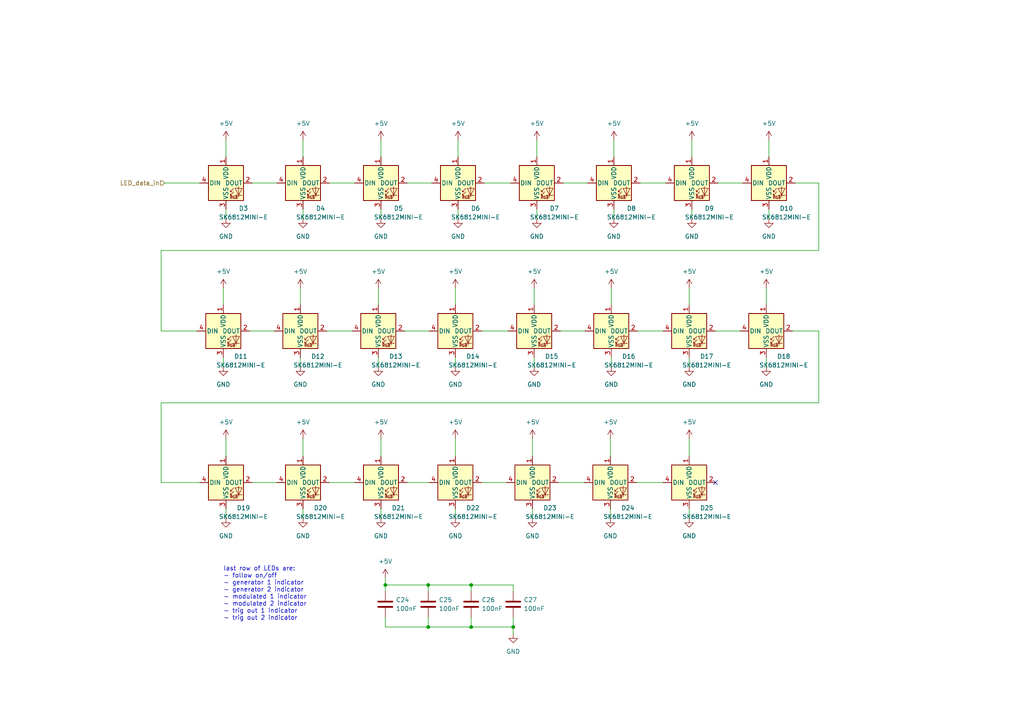
<source format=kicad_sch>
(kicad_sch (version 20231120) (generator "eeschema") (generator_version "8.0")
  (paper "A4")
  (lib_symbols
    (symbol "Device:C" (pin_numbers hide) (pin_names (offset 0.254))
      (property "Reference" "C" (at 0.635 2.54 0))
      (property "Value" "C" (at 0.635 -2.54 0))
      (symbol "C_0_1"
        (polyline (pts (xy -2.032 -0.762) (xy 2.032 -0.762)) (stroke (width 0.508)))
        (polyline (pts (xy -2.032 0.762) (xy 2.032 0.762)) (stroke (width 0.508)))
      )
      (symbol "C_1_1"
        (pin passive line (at 0 3.81 270) (length 2.794) (name "~") (number "1"))
        (pin passive line (at 0 -3.81 90) (length 2.794) (name "~") (number "2"))
      )
    )
    (symbol "LED:WS2812B" (pin_names (offset 0.254))
      (property "Reference" "D" (at 5.08 5.715 0))
      (property "Value" "WS2812B" (at 1.27 -5.715 0))
      (symbol "WS2812B_0_0"
        (text "RGB" (at 2.286 -4.191 0) (effects (font (size 0.762 0.762))))
      )
      (symbol "WS2812B_0_1"
        (polyline (pts (xy 1.27 -3.556) (xy 1.778 -3.556)))
        (polyline (pts (xy 1.27 -2.54) (xy 1.778 -2.54)))
        (polyline (pts (xy 4.699 -3.556) (xy 2.667 -3.556)))
        (polyline (pts (xy 2.286 -2.54) (xy 1.27 -3.556) (xy 1.27 -3.048)))
        (polyline (pts (xy 2.286 -1.524) (xy 1.27 -2.54) (xy 1.27 -2.032)))
        (polyline (pts (xy 3.683 -1.016) (xy 3.683 -3.556) (xy 3.683 -4.064)))
        (polyline (pts (xy 4.699 -1.524) (xy 2.667 -1.524) (xy 3.683 -3.556) (xy 4.699 -1.524)))
        (rectangle (start 5.08 5.08) (end -5.08 -5.08) (stroke (width 0.254)) (fill (type background)))
      )
      (symbol "WS2812B_1_1"
        (pin power_in line (at 0 7.62 270) (length 2.54) (name "VDD") (number "1"))
        (pin output line (at 7.62 0 180) (length 2.54) (name "DOUT") (number "2"))
        (pin power_in line (at 0 -7.62 90) (length 2.54) (name "VSS") (number "3"))
        (pin input line (at -7.62 0 0) (length 2.54) (name "DIN") (number "4"))
      )
    )
    (symbol "power:+5V" (power) (pin_names (offset 0))
      (property "Value" "+5V" (at 0 3.556 0))
      (symbol "+5V_0_1"
        (polyline (pts (xy -0.762 1.27) (xy 0 2.54)))
        (polyline (pts (xy 0 0) (xy 0 2.54)))
        (polyline (pts (xy 0 2.54) (xy 0.762 1.27)))
      )
      (symbol "+5V_1_1"
        (pin power_in line (at 0 0 90) (length 0) hide (name "+5V") (number "1"))
      )
    )
    (symbol "power:GND" (power) (pin_names (offset 0))
      (property "Value" "GND" (at 0 -3.81 0))
      (symbol "GND_0_1"
        (polyline (pts (xy 0 0) (xy 0 -1.27) (xy 1.27 -1.27) (xy 0 -2.54) (xy -1.27 -1.27) (xy 0 -1.27)))
      )
      (symbol "GND_1_1"
        (pin power_in line (at 0 0 270) (length 0) hide (name "GND") (number "1"))
      )
    )
  )
  (junction (at 124.206 181.864))
  (junction (at 148.844 181.864))
  (junction (at 111.76 169.672))
  (junction (at 124.206 169.672))
  (junction (at 136.652 181.864))
  (junction (at 136.652 169.672))
  (no_connect (at 207.518 139.954))
  (wire (pts (xy 154.432 127.254) (xy 154.432 132.334)))
  (wire (pts (xy 87.122 83.566) (xy 87.122 88.392)))
  (wire (pts (xy 177.038 147.574) (xy 177.038 150.368)))
  (wire (pts (xy 199.898 127.254) (xy 199.898 132.334)))
  (wire (pts (xy 65.532 40.64) (xy 65.532 45.466)))
  (wire (pts (xy 124.206 179.07) (xy 124.206 181.864)))
  (wire (pts (xy 132.08 83.566) (xy 132.08 88.392)))
  (wire (pts (xy 110.49 40.64) (xy 110.49 45.466)))
  (wire (pts (xy 162.56 96.012) (xy 169.672 96.012)))
  (wire (pts (xy 87.884 147.574) (xy 87.884 150.368)))
  (wire (pts (xy 237.49 96.012) (xy 237.49 116.84)))
  (wire (pts (xy 148.844 179.07) (xy 148.844 181.864)))
  (wire (pts (xy 65.532 60.706) (xy 65.532 63.5)))
  (wire (pts (xy 124.206 169.672) (xy 124.206 171.45)))
  (wire (pts (xy 118.11 53.086) (xy 125.222 53.086)))
  (wire (pts (xy 64.77 103.632) (xy 64.77 106.426)))
  (wire (pts (xy 185.674 53.086) (xy 193.04 53.086)))
  (wire (pts (xy 110.49 147.574) (xy 110.49 150.368)))
  (wire (pts (xy 162.052 139.954) (xy 169.418 139.954)))
  (wire (pts (xy 118.11 139.954) (xy 124.46 139.954)))
  (wire (pts (xy 148.844 181.864) (xy 148.844 183.896)))
  (wire (pts (xy 140.462 53.086) (xy 148.082 53.086)))
  (wire (pts (xy 178.054 60.706) (xy 178.054 63.5)))
  (wire (pts (xy 46.736 116.84) (xy 46.736 139.954)))
  (wire (pts (xy 132.842 60.706) (xy 132.842 63.5)))
  (wire (pts (xy 200.66 40.64) (xy 200.66 45.466)))
  (wire (pts (xy 163.322 53.086) (xy 170.434 53.086)))
  (wire (pts (xy 72.39 96.012) (xy 79.502 96.012)))
  (wire (pts (xy 87.122 103.632) (xy 87.122 106.426)))
  (wire (pts (xy 222.25 83.566) (xy 222.25 88.392)))
  (wire (pts (xy 87.884 127.254) (xy 87.884 132.334)))
  (wire (pts (xy 155.702 60.706) (xy 155.702 63.5)))
  (wire (pts (xy 230.632 53.086) (xy 237.49 53.086)))
  (wire (pts (xy 200.66 60.706) (xy 200.66 63.5)))
  (wire (pts (xy 178.054 40.64) (xy 178.054 45.466)))
  (wire (pts (xy 229.87 96.012) (xy 237.49 96.012)))
  (wire (pts (xy 199.898 83.566) (xy 199.898 88.392)))
  (wire (pts (xy 154.94 103.632) (xy 154.94 106.426)))
  (wire (pts (xy 132.08 103.632) (xy 132.08 106.426)))
  (wire (pts (xy 87.884 60.706) (xy 87.884 63.5)))
  (wire (pts (xy 136.652 169.672) (xy 148.844 169.672)))
  (wire (pts (xy 136.652 181.864) (xy 148.844 181.864)))
  (wire (pts (xy 154.94 83.566) (xy 154.94 88.392)))
  (wire (pts (xy 208.28 53.086) (xy 215.392 53.086)))
  (wire (pts (xy 109.728 103.632) (xy 109.728 106.426)))
  (wire (pts (xy 223.012 60.706) (xy 223.012 63.5)))
  (wire (pts (xy 117.348 96.012) (xy 124.46 96.012)))
  (wire (pts (xy 109.728 83.566) (xy 109.728 88.392)))
  (wire (pts (xy 73.152 53.086) (xy 80.264 53.086)))
  (wire (pts (xy 223.012 40.64) (xy 223.012 45.466)))
  (wire (pts (xy 95.504 139.954) (xy 102.87 139.954)))
  (wire (pts (xy 124.206 181.864) (xy 136.652 181.864)))
  (wire (pts (xy 124.206 169.672) (xy 136.652 169.672)))
  (wire (pts (xy 148.844 169.672) (xy 148.844 171.45)))
  (wire (pts (xy 136.652 179.07) (xy 136.652 181.864)))
  (wire (pts (xy 46.736 139.954) (xy 57.912 139.954)))
  (wire (pts (xy 184.912 96.012) (xy 192.278 96.012)))
  (wire (pts (xy 46.736 96.012) (xy 57.15 96.012)))
  (wire (pts (xy 207.518 96.012) (xy 214.63 96.012)))
  (wire (pts (xy 46.736 72.644) (xy 46.736 96.012)))
  (wire (pts (xy 177.292 103.632) (xy 177.292 106.426)))
  (wire (pts (xy 136.652 169.672) (xy 136.652 171.45)))
  (wire (pts (xy 73.152 139.954) (xy 80.264 139.954)))
  (wire (pts (xy 65.532 147.574) (xy 65.532 150.368)))
  (wire (pts (xy 199.898 147.574) (xy 199.898 150.368)))
  (wire (pts (xy 222.25 103.632) (xy 222.25 106.426)))
  (wire (pts (xy 139.7 96.012) (xy 147.32 96.012)))
  (wire (pts (xy 110.49 60.706) (xy 110.49 63.5)))
  (wire (pts (xy 111.76 181.864) (xy 124.206 181.864)))
  (wire (pts (xy 177.292 83.566) (xy 177.292 88.392)))
  (wire (pts (xy 111.76 167.64) (xy 111.76 169.672)))
  (wire (pts (xy 64.77 83.566) (xy 64.77 88.392)))
  (wire (pts (xy 132.08 147.574) (xy 132.08 150.368)))
  (wire (pts (xy 47.752 53.086) (xy 57.912 53.086)))
  (wire (pts (xy 87.884 40.64) (xy 87.884 45.466)))
  (wire (pts (xy 94.742 96.012) (xy 102.108 96.012)))
  (wire (pts (xy 111.76 179.07) (xy 111.76 181.864)))
  (wire (pts (xy 177.038 127.254) (xy 177.038 132.334)))
  (wire (pts (xy 111.76 169.672) (xy 124.206 169.672)))
  (wire (pts (xy 155.702 40.64) (xy 155.702 45.466)))
  (wire (pts (xy 111.76 169.672) (xy 111.76 171.45)))
  (wire (pts (xy 95.504 53.086) (xy 102.87 53.086)))
  (wire (pts (xy 132.08 127.254) (xy 132.08 132.334)))
  (wire (pts (xy 132.842 40.64) (xy 132.842 45.466)))
  (wire (pts (xy 184.658 139.954) (xy 192.278 139.954)))
  (wire (pts (xy 139.7 139.954) (xy 146.812 139.954)))
  (wire (pts (xy 237.49 53.086) (xy 237.49 72.644)))
  (wire (pts (xy 237.49 72.644) (xy 46.736 72.644)))
  (wire (pts (xy 237.49 116.84) (xy 46.736 116.84)))
  (wire (pts (xy 154.432 147.574) (xy 154.432 150.368)))
  (wire (pts (xy 65.532 127.254) (xy 65.532 132.334)))
  (wire (pts (xy 199.898 103.632) (xy 199.898 106.426)))
  (wire (pts (xy 110.49 127.254) (xy 110.49 132.334)))
  (text "last row of LEDs are:\n- follow on/off\n- generator 1 indicator\n- generator 2 indicator\n- modulated 1 indicator\n- modulated 2 indicator\n- trig out 1 indicator\n- trig out 2 indicator" (at 64.77 180.086 0) (effects (font (size 1.27 1.27)) (justify left bottom)))
  (hierarchical_label "LED_data_in" (shape input) (at 47.752 53.086 180))
  (symbol (lib_id "LED:WS2812B") (at 87.884 53.086 0) (unit 1)
    (property "Reference" "D4" (at 92.964 60.452 0))
    (property "Value" "SK6812MINI-E" (at 92.964 62.992 0))
    (property "Footprint" "EURORACK:SK6812MINIE" (effects (hide yes)))
    (property "Datasheet" "https://cdn-shop.adafruit.com/datasheets/WS2812B.pdf" (effects (hide yes)))
  )
  (symbol (lib_id "power:GND") (at 87.884 150.368 0) (unit 1)
    (property "Reference" "#PWR0121" (effects (hide yes)))
    (property "Value" "GND" (at 87.884 155.448 0))
  )
  (symbol (lib_id "power:+5V") (at 87.884 40.64 0) (unit 1)
    (property "Reference" "#PWR084" (effects (hide yes)))
    (property "Value" "+5V" (at 87.884 35.814 0))
  )
  (symbol (lib_id "LED:WS2812B") (at 132.08 96.012 0) (unit 1)
    (property "Reference" "D14" (at 137.16 103.378 0))
    (property "Value" "SK6812MINI-E" (at 137.16 105.918 0))
    (property "Footprint" "EURORACK:SK6812MINIE" (effects (hide yes)))
    (property "Datasheet" "https://cdn-shop.adafruit.com/datasheets/WS2812B.pdf" (effects (hide yes)))
  )
  (symbol (lib_id "power:+5V") (at 87.122 83.566 0) (unit 1)
    (property "Reference" "#PWR0100" (effects (hide yes)))
    (property "Value" "+5V" (at 87.122 78.74 0))
  )
  (symbol (lib_id "power:+5V") (at 132.08 83.566 0) (unit 1)
    (property "Reference" "#PWR0102" (effects (hide yes)))
    (property "Value" "+5V" (at 132.08 78.74 0))
  )
  (symbol (lib_id "power:GND") (at 223.012 63.5 0) (unit 1)
    (property "Reference" "#PWR098" (effects (hide yes)))
    (property "Value" "GND" (at 223.012 68.58 0))
  )
  (symbol (lib_id "Device:C") (at 111.76 175.26 0) (unit 1)
    (property "Reference" "C24" (at 114.808 173.9899 0) (effects (justify left)))
    (property "Value" "100nF" (at 114.808 176.5299 0) (effects (justify left)))
    (property "Footprint" "Capacitor_SMD:C_0603_1608Metric" (effects (hide yes)))
  )
  (symbol (lib_id "LED:WS2812B") (at 109.728 96.012 0) (unit 1)
    (property "Reference" "D13" (at 114.808 103.378 0))
    (property "Value" "SK6812MINI-E" (at 114.808 105.918 0))
    (property "Footprint" "EURORACK:SK6812MINIE" (effects (hide yes)))
    (property "Datasheet" "https://cdn-shop.adafruit.com/datasheets/WS2812B.pdf" (effects (hide yes)))
  )
  (symbol (lib_id "power:GND") (at 199.898 106.426 0) (unit 1)
    (property "Reference" "#PWR0113" (effects (hide yes)))
    (property "Value" "GND" (at 199.898 111.506 0))
  )
  (symbol (lib_id "LED:WS2812B") (at 199.898 139.954 0) (unit 1)
    (property "Reference" "D25" (at 204.978 147.32 0))
    (property "Value" "SK6812MINI-E" (at 204.978 149.86 0))
    (property "Footprint" "EURORACK:SK6812MINIE" (effects (hide yes)))
    (property "Datasheet" "https://cdn-shop.adafruit.com/datasheets/WS2812B.pdf" (effects (hide yes)))
  )
  (symbol (lib_id "power:GND") (at 177.038 150.368 0) (unit 1)
    (property "Reference" "#PWR0155" (effects (hide yes)))
    (property "Value" "GND" (at 177.038 155.448 0))
  )
  (symbol (lib_id "Device:C") (at 124.206 175.26 0) (unit 1)
    (property "Reference" "C25" (at 127.254 173.9899 0) (effects (justify left)))
    (property "Value" "100nF" (at 127.254 176.5299 0) (effects (justify left)))
    (property "Footprint" "Capacitor_SMD:C_0603_1608Metric" (effects (hide yes)))
  )
  (symbol (lib_id "power:+5V") (at 65.532 127.254 0) (unit 1)
    (property "Reference" "#PWR0115" (effects (hide yes)))
    (property "Value" "+5V" (at 65.532 122.428 0))
  )
  (symbol (lib_id "power:GND") (at 222.25 106.426 0) (unit 1)
    (property "Reference" "#PWR0114" (effects (hide yes)))
    (property "Value" "GND" (at 222.25 111.506 0))
  )
  (symbol (lib_id "LED:WS2812B") (at 177.038 139.954 0) (unit 1)
    (property "Reference" "D24" (at 182.118 147.32 0))
    (property "Value" "SK6812MINI-E" (at 182.118 149.86 0))
    (property "Footprint" "EURORACK:SK6812MINIE" (effects (hide yes)))
    (property "Datasheet" "https://cdn-shop.adafruit.com/datasheets/WS2812B.pdf" (effects (hide yes)))
  )
  (symbol (lib_id "power:GND") (at 132.08 106.426 0) (unit 1)
    (property "Reference" "#PWR0110" (effects (hide yes)))
    (property "Value" "GND" (at 132.08 111.506 0))
  )
  (symbol (lib_id "power:GND") (at 87.884 63.5 0) (unit 1)
    (property "Reference" "#PWR092" (effects (hide yes)))
    (property "Value" "GND" (at 87.884 68.58 0))
  )
  (symbol (lib_id "LED:WS2812B") (at 178.054 53.086 0) (unit 1)
    (property "Reference" "D8" (at 183.134 60.452 0))
    (property "Value" "SK6812MINI-E" (at 183.134 62.992 0))
    (property "Footprint" "EURORACK:SK6812MINIE" (effects (hide yes)))
    (property "Datasheet" "https://cdn-shop.adafruit.com/datasheets/WS2812B.pdf" (effects (hide yes)))
  )
  (symbol (lib_id "power:+5V") (at 178.054 40.64 0) (unit 1)
    (property "Reference" "#PWR088" (effects (hide yes)))
    (property "Value" "+5V" (at 178.054 35.814 0))
  )
  (symbol (lib_id "power:+5V") (at 199.898 127.254 0) (unit 1)
    (property "Reference" "#PWR0156" (effects (hide yes)))
    (property "Value" "+5V" (at 199.898 122.428 0))
  )
  (symbol (lib_id "power:GND") (at 155.702 63.5 0) (unit 1)
    (property "Reference" "#PWR095" (effects (hide yes)))
    (property "Value" "GND" (at 155.702 68.58 0))
  )
  (symbol (lib_id "LED:WS2812B") (at 222.25 96.012 0) (unit 1)
    (property "Reference" "D18" (at 227.33 103.378 0))
    (property "Value" "SK6812MINI-E" (at 227.33 105.918 0))
    (property "Footprint" "EURORACK:SK6812MINIE" (effects (hide yes)))
    (property "Datasheet" "https://cdn-shop.adafruit.com/datasheets/WS2812B.pdf" (effects (hide yes)))
  )
  (symbol (lib_id "LED:WS2812B") (at 132.08 139.954 0) (unit 1)
    (property "Reference" "D22" (at 137.16 147.32 0))
    (property "Value" "SK6812MINI-E" (at 137.16 149.86 0))
    (property "Footprint" "EURORACK:SK6812MINIE" (effects (hide yes)))
    (property "Datasheet" "https://cdn-shop.adafruit.com/datasheets/WS2812B.pdf" (effects (hide yes)))
  )
  (symbol (lib_id "power:GND") (at 110.49 150.368 0) (unit 1)
    (property "Reference" "#PWR0122" (effects (hide yes)))
    (property "Value" "GND" (at 110.49 155.448 0))
  )
  (symbol (lib_id "power:+5V") (at 109.728 83.566 0) (unit 1)
    (property "Reference" "#PWR0101" (effects (hide yes)))
    (property "Value" "+5V" (at 109.728 78.74 0))
  )
  (symbol (lib_id "power:GND") (at 154.432 150.368 0) (unit 1)
    (property "Reference" "#PWR0153" (effects (hide yes)))
    (property "Value" "GND" (at 154.432 155.448 0))
  )
  (symbol (lib_id "LED:WS2812B") (at 87.884 139.954 0) (unit 1)
    (property "Reference" "D20" (at 92.964 147.32 0))
    (property "Value" "SK6812MINI-E" (at 92.964 149.86 0))
    (property "Footprint" "EURORACK:SK6812MINIE" (effects (hide yes)))
    (property "Datasheet" "https://cdn-shop.adafruit.com/datasheets/WS2812B.pdf" (effects (hide yes)))
  )
  (symbol (lib_id "power:GND") (at 132.842 63.5 0) (unit 1)
    (property "Reference" "#PWR094" (effects (hide yes)))
    (property "Value" "GND" (at 132.842 68.58 0))
  )
  (symbol (lib_id "power:+5V") (at 110.49 40.64 0) (unit 1)
    (property "Reference" "#PWR085" (effects (hide yes)))
    (property "Value" "+5V" (at 110.49 35.814 0))
  )
  (symbol (lib_id "Device:C") (at 148.844 175.26 0) (unit 1)
    (property "Reference" "C27" (at 151.892 173.9899 0) (effects (justify left)))
    (property "Value" "100nF" (at 151.892 176.5299 0) (effects (justify left)))
    (property "Footprint" "Capacitor_SMD:C_0603_1608Metric" (effects (hide yes)))
  )
  (symbol (lib_id "power:+5V") (at 132.842 40.64 0) (unit 1)
    (property "Reference" "#PWR086" (effects (hide yes)))
    (property "Value" "+5V" (at 132.842 35.814 0))
  )
  (symbol (lib_id "LED:WS2812B") (at 199.898 96.012 0) (unit 1)
    (property "Reference" "D17" (at 204.978 103.378 0))
    (property "Value" "SK6812MINI-E" (at 204.978 105.918 0))
    (property "Footprint" "EURORACK:SK6812MINIE" (effects (hide yes)))
    (property "Datasheet" "https://cdn-shop.adafruit.com/datasheets/WS2812B.pdf" (effects (hide yes)))
  )
  (symbol (lib_id "power:+5V") (at 65.532 40.64 0) (unit 1)
    (property "Reference" "#PWR083" (effects (hide yes)))
    (property "Value" "+5V" (at 65.532 35.814 0))
  )
  (symbol (lib_id "power:+5V") (at 64.77 83.566 0) (unit 1)
    (property "Reference" "#PWR099" (effects (hide yes)))
    (property "Value" "+5V" (at 64.77 78.74 0))
  )
  (symbol (lib_id "power:GND") (at 200.66 63.5 0) (unit 1)
    (property "Reference" "#PWR097" (effects (hide yes)))
    (property "Value" "GND" (at 200.66 68.58 0))
  )
  (symbol (lib_id "power:GND") (at 199.898 150.368 0) (unit 1)
    (property "Reference" "#PWR0159" (effects (hide yes)))
    (property "Value" "GND" (at 199.898 155.448 0))
  )
  (symbol (lib_id "power:+5V") (at 223.012 40.64 0) (unit 1)
    (property "Reference" "#PWR090" (effects (hide yes)))
    (property "Value" "+5V" (at 223.012 35.814 0))
  )
  (symbol (lib_id "power:+5V") (at 154.432 127.254 0) (unit 1)
    (property "Reference" "#PWR0152" (effects (hide yes)))
    (property "Value" "+5V" (at 154.432 122.428 0))
  )
  (symbol (lib_id "power:+5V") (at 155.702 40.64 0) (unit 1)
    (property "Reference" "#PWR087" (effects (hide yes)))
    (property "Value" "+5V" (at 155.702 35.814 0))
  )
  (symbol (lib_id "power:+5V") (at 199.898 83.566 0) (unit 1)
    (property "Reference" "#PWR0105" (effects (hide yes)))
    (property "Value" "+5V" (at 199.898 78.74 0))
  )
  (symbol (lib_id "power:+5V") (at 132.08 127.254 0) (unit 1)
    (property "Reference" "#PWR0150" (effects (hide yes)))
    (property "Value" "+5V" (at 132.08 122.428 0))
  )
  (symbol (lib_id "LED:WS2812B") (at 155.702 53.086 0) (unit 1)
    (property "Reference" "D7" (at 160.782 60.452 0))
    (property "Value" "SK6812MINI-E" (at 160.782 62.992 0))
    (property "Footprint" "EURORACK:SK6812MINIE" (effects (hide yes)))
    (property "Datasheet" "https://cdn-shop.adafruit.com/datasheets/WS2812B.pdf" (effects (hide yes)))
  )
  (symbol (lib_id "LED:WS2812B") (at 177.292 96.012 0) (unit 1)
    (property "Reference" "D16" (at 182.372 103.378 0))
    (property "Value" "SK6812MINI-E" (at 182.372 105.918 0))
    (property "Footprint" "EURORACK:SK6812MINIE" (effects (hide yes)))
    (property "Datasheet" "https://cdn-shop.adafruit.com/datasheets/WS2812B.pdf" (effects (hide yes)))
  )
  (symbol (lib_id "power:+5V") (at 177.038 127.254 0) (unit 1)
    (property "Reference" "#PWR0154" (effects (hide yes)))
    (property "Value" "+5V" (at 177.038 122.428 0))
  )
  (symbol (lib_id "power:+5V") (at 200.66 40.64 0) (unit 1)
    (property "Reference" "#PWR089" (effects (hide yes)))
    (property "Value" "+5V" (at 200.66 35.814 0))
  )
  (symbol (lib_id "power:GND") (at 110.49 63.5 0) (unit 1)
    (property "Reference" "#PWR093" (effects (hide yes)))
    (property "Value" "GND" (at 110.49 68.58 0))
  )
  (symbol (lib_id "power:+5V") (at 110.49 127.254 0) (unit 1)
    (property "Reference" "#PWR0117" (effects (hide yes)))
    (property "Value" "+5V" (at 110.49 122.428 0))
  )
  (symbol (lib_id "power:GND") (at 87.122 106.426 0) (unit 1)
    (property "Reference" "#PWR0108" (effects (hide yes)))
    (property "Value" "GND" (at 87.122 111.506 0))
  )
  (symbol (lib_id "power:GND") (at 178.054 63.5 0) (unit 1)
    (property "Reference" "#PWR096" (effects (hide yes)))
    (property "Value" "GND" (at 178.054 68.58 0))
  )
  (symbol (lib_id "power:+5V") (at 177.292 83.566 0) (unit 1)
    (property "Reference" "#PWR0104" (effects (hide yes)))
    (property "Value" "+5V" (at 177.292 78.74 0))
  )
  (symbol (lib_id "power:GND") (at 148.844 183.896 0) (unit 1)
    (property "Reference" "#PWR0119" (effects (hide yes)))
    (property "Value" "GND" (at 148.844 188.976 0))
  )
  (symbol (lib_id "power:+5V") (at 222.25 83.566 0) (unit 1)
    (property "Reference" "#PWR0106" (effects (hide yes)))
    (property "Value" "+5V" (at 222.25 78.74 0))
  )
  (symbol (lib_id "LED:WS2812B") (at 64.77 96.012 0) (unit 1)
    (property "Reference" "D11" (at 69.85 103.378 0))
    (property "Value" "SK6812MINI-E" (at 69.85 105.918 0))
    (property "Footprint" "EURORACK:SK6812MINIE" (effects (hide yes)))
    (property "Datasheet" "https://cdn-shop.adafruit.com/datasheets/WS2812B.pdf" (effects (hide yes)))
  )
  (symbol (lib_id "power:GND") (at 177.292 106.426 0) (unit 1)
    (property "Reference" "#PWR0112" (effects (hide yes)))
    (property "Value" "GND" (at 177.292 111.506 0))
  )
  (symbol (lib_id "LED:WS2812B") (at 87.122 96.012 0) (unit 1)
    (property "Reference" "D12" (at 92.202 103.378 0))
    (property "Value" "SK6812MINI-E" (at 92.202 105.918 0))
    (property "Footprint" "EURORACK:SK6812MINIE" (effects (hide yes)))
    (property "Datasheet" "https://cdn-shop.adafruit.com/datasheets/WS2812B.pdf" (effects (hide yes)))
  )
  (symbol (lib_id "power:GND") (at 109.728 106.426 0) (unit 1)
    (property "Reference" "#PWR0109" (effects (hide yes)))
    (property "Value" "GND" (at 109.728 111.506 0))
  )
  (symbol (lib_id "power:GND") (at 64.77 106.426 0) (unit 1)
    (property "Reference" "#PWR0107" (effects (hide yes)))
    (property "Value" "GND" (at 64.77 111.506 0))
  )
  (symbol (lib_id "LED:WS2812B") (at 110.49 53.086 0) (unit 1)
    (property "Reference" "D5" (at 115.57 60.452 0))
    (property "Value" "SK6812MINI-E" (at 115.57 62.992 0))
    (property "Footprint" "EURORACK:SK6812MINIE" (effects (hide yes)))
    (property "Datasheet" "https://cdn-shop.adafruit.com/datasheets/WS2812B.pdf" (effects (hide yes)))
  )
  (symbol (lib_id "LED:WS2812B") (at 132.842 53.086 0) (unit 1)
    (property "Reference" "D6" (at 137.922 60.452 0))
    (property "Value" "SK6812MINI-E" (at 137.922 62.992 0))
    (property "Footprint" "EURORACK:SK6812MINIE" (effects (hide yes)))
    (property "Datasheet" "https://cdn-shop.adafruit.com/datasheets/WS2812B.pdf" (effects (hide yes)))
  )
  (symbol (lib_id "power:GND") (at 65.532 63.5 0) (unit 1)
    (property "Reference" "#PWR091" (effects (hide yes)))
    (property "Value" "GND" (at 65.532 68.58 0))
  )
  (symbol (lib_id "power:GND") (at 154.94 106.426 0) (unit 1)
    (property "Reference" "#PWR0111" (effects (hide yes)))
    (property "Value" "GND" (at 154.94 111.506 0))
  )
  (symbol (lib_id "LED:WS2812B") (at 65.532 139.954 0) (unit 1)
    (property "Reference" "D19" (at 70.612 147.32 0))
    (property "Value" "SK6812MINI-E" (at 70.612 149.86 0))
    (property "Footprint" "EURORACK:SK6812MINIE" (effects (hide yes)))
    (property "Datasheet" "https://cdn-shop.adafruit.com/datasheets/WS2812B.pdf" (effects (hide yes)))
  )
  (symbol (lib_id "LED:WS2812B") (at 200.66 53.086 0) (unit 1)
    (property "Reference" "D9" (at 205.74 60.452 0))
    (property "Value" "SK6812MINI-E" (at 205.74 62.992 0))
    (property "Footprint" "EURORACK:SK6812MINIE" (effects (hide yes)))
    (property "Datasheet" "https://cdn-shop.adafruit.com/datasheets/WS2812B.pdf" (effects (hide yes)))
  )
  (symbol (lib_id "LED:WS2812B") (at 65.532 53.086 0) (unit 1)
    (property "Reference" "D3" (at 70.612 60.452 0))
    (property "Value" "SK6812MINI-E" (at 70.612 62.992 0))
    (property "Footprint" "EURORACK:SK6812MINIE" (effects (hide yes)))
    (property "Datasheet" "https://cdn-shop.adafruit.com/datasheets/WS2812B.pdf" (effects (hide yes)))
  )
  (symbol (lib_id "LED:WS2812B") (at 110.49 139.954 0) (unit 1)
    (property "Reference" "D21" (at 115.57 147.32 0))
    (property "Value" "SK6812MINI-E" (at 115.57 149.86 0))
    (property "Footprint" "EURORACK:SK6812MINIE" (effects (hide yes)))
    (property "Datasheet" "https://cdn-shop.adafruit.com/datasheets/WS2812B.pdf" (effects (hide yes)))
  )
  (symbol (lib_id "power:GND") (at 65.532 150.368 0) (unit 1)
    (property "Reference" "#PWR0120" (effects (hide yes)))
    (property "Value" "GND" (at 65.532 155.448 0))
  )
  (symbol (lib_id "power:GND") (at 132.08 150.368 0) (unit 1)
    (property "Reference" "#PWR0151" (effects (hide yes)))
    (property "Value" "GND" (at 132.08 155.448 0))
  )
  (symbol (lib_id "power:+5V") (at 87.884 127.254 0) (unit 1)
    (property "Reference" "#PWR0116" (effects (hide yes)))
    (property "Value" "+5V" (at 87.884 122.428 0))
  )
  (symbol (lib_id "LED:WS2812B") (at 154.94 96.012 0) (unit 1)
    (property "Reference" "D15" (at 160.02 103.378 0))
    (property "Value" "SK6812MINI-E" (at 160.02 105.918 0))
    (property "Footprint" "EURORACK:SK6812MINIE" (effects (hide yes)))
    (property "Datasheet" "https://cdn-shop.adafruit.com/datasheets/WS2812B.pdf" (effects (hide yes)))
  )
  (symbol (lib_id "LED:WS2812B") (at 154.432 139.954 0) (unit 1)
    (property "Reference" "D23" (at 159.512 147.32 0))
    (property "Value" "SK6812MINI-E" (at 159.512 149.86 0))
    (property "Footprint" "EURORACK:SK6812MINIE" (effects (hide yes)))
    (property "Datasheet" "https://cdn-shop.adafruit.com/datasheets/WS2812B.pdf" (effects (hide yes)))
  )
  (symbol (lib_id "LED:WS2812B") (at 223.012 53.086 0) (unit 1)
    (property "Reference" "D10" (at 228.092 60.452 0))
    (property "Value" "SK6812MINI-E" (at 228.092 62.992 0))
    (property "Footprint" "EURORACK:SK6812MINIE" (effects (hide yes)))
    (property "Datasheet" "https://cdn-shop.adafruit.com/datasheets/WS2812B.pdf" (effects (hide yes)))
  )
  (symbol (lib_id "power:+5V") (at 154.94 83.566 0) (unit 1)
    (property "Reference" "#PWR0103" (effects (hide yes)))
    (property "Value" "+5V" (at 154.94 78.74 0))
  )
  (symbol (lib_id "Device:C") (at 136.652 175.26 0) (unit 1)
    (property "Reference" "C26" (at 139.7 173.9899 0) (effects (justify left)))
    (property "Value" "100nF" (at 139.7 176.5299 0) (effects (justify left)))
    (property "Footprint" "Capacitor_SMD:C_0603_1608Metric" (effects (hide yes)))
  )
  (symbol (lib_id "power:+5V") (at 111.76 167.64 0) (unit 1)
    (property "Reference" "#PWR0118" (effects (hide yes)))
    (property "Value" "+5V" (at 111.76 162.814 0))
  )
)
</source>
